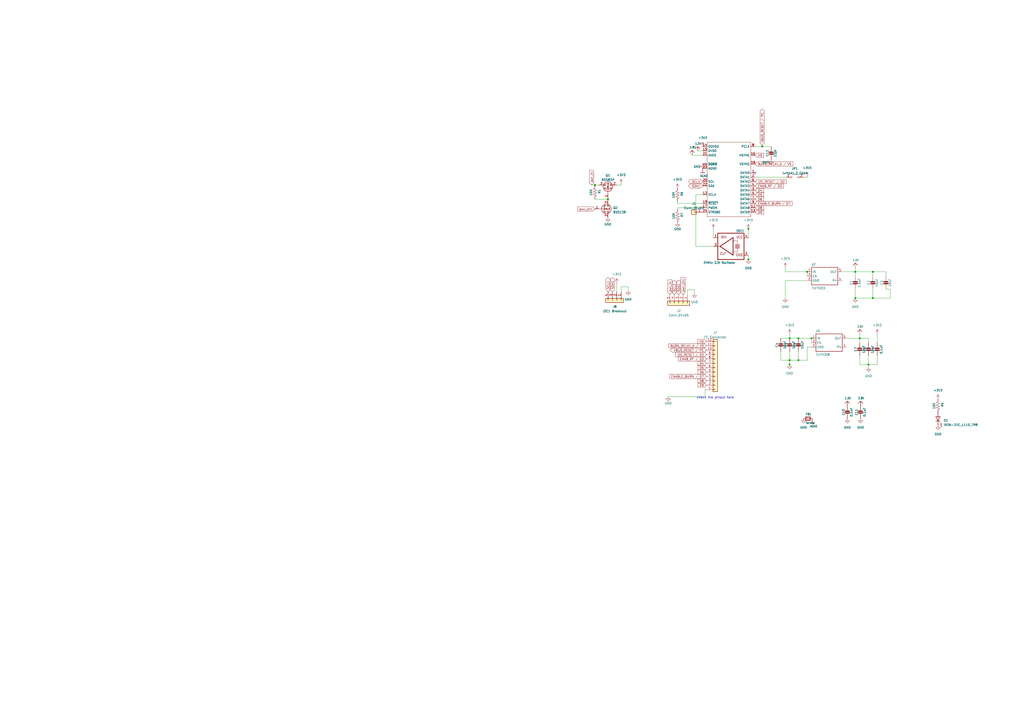
<source format=kicad_sch>
(kicad_sch (version 20231120) (generator "eeschema") (generator_version "8.0")
  (paper "A2")
  (lib_symbols
    (symbol "Adafruit OV5640 Breakout-eagle-import:1.5V" (power)
      (property "Value" "1.5V" (at -1.524 1.016 0))
      (symbol "1.5V_1_0"
        (polyline (pts (xy -1.27 -1.27) (xy 0 0)) (stroke (width 0.254)))
        (polyline (pts (xy 0 0) (xy 1.27 -1.27)) (stroke (width 0.254)))
        (pin power_in line (at 0 -2.54 90) (length 2.54) (name "1.5V") (number "1"))
      )
    )
    (symbol "Adafruit OV5640 Breakout-eagle-import:2.8V" (power)
      (property "Value" "2.8V" (at -1.524 1.016 0))
      (symbol "2.8V_1_0"
        (polyline (pts (xy -1.27 -1.27) (xy 0 0)) (stroke (width 0.254)))
        (polyline (pts (xy 0 0) (xy 1.27 -1.27)) (stroke (width 0.254)))
        (pin power_in line (at 0 -2.54 90) (length 2.54) (name "2.8V") (number "1"))
      )
    )
    (symbol "Adafruit OV5640 Breakout-eagle-import:AGND" (power)
      (property "Value" "AGND" (at -1.524 -2.54 0))
      (symbol "AGND_1_0"
        (polyline (pts (xy -1.27 0) (xy 1.27 0)) (stroke (width 0.254)))
        (pin power_in line (at 0 2.54 270) (length 2.54) (name "AGND") (number "1"))
      )
    )
    (symbol "Adafruit OV5640 Breakout-eagle-import:CAMERA_OV2640"
      (symbol "CAMERA_OV2640_1_0"
        (polyline (pts (xy -12.7 -20.32) (xy -12.7 22.86)) (stroke (width 0.1524)))
        (polyline (pts (xy -12.7 22.86) (xy 12.7 22.86)) (stroke (width 0.1524)))
        (polyline (pts (xy 12.7 -20.32) (xy -12.7 -20.32)) (stroke (width 0.1524)))
        (polyline (pts (xy 12.7 22.86) (xy 12.7 -20.32)) (stroke (width 0.1524)))
        (pin output line (at 15.24 5.08 180) (length 2.54) (name "DATA0") (number "1"))
        (pin power_in line (at -15.24 10.16 0) (length 2.54) (name "DGND") (number "10"))
        (pin output line (at 15.24 -15.24 180) (length 2.54) (name "DATA8") (number "11"))
        (pin input line (at -15.24 -7.62 0) (length 2.54) (name "XCLK") (number "12"))
        (pin output line (at 15.24 -17.78 180) (length 2.54) (name "DATA9") (number "13"))
        (pin power_in line (at -15.24 20.32 0) (length 2.54) (name "DOVDD") (number "14"))
        (pin power_in line (at -15.24 17.78 0) (length 2.54) (name "DVDD") (number "15"))
        (pin output line (at 15.24 15.24 180) (length 2.54) (name "HSYNC") (number "16"))
        (pin input line (at -15.24 -15.24 0) (length 2.54) (name "PWDN") (number "17"))
        (pin output line (at 15.24 10.16 180) (length 2.54) (name "VSYNC") (number "18"))
        (pin input line (at -15.24 -12.7 0) (length 2.54) (name "~{RESET}") (number "19"))
        (pin output line (at 15.24 2.54 180) (length 2.54) (name "DATA1") (number "2"))
        (pin bidirectional line (at -15.24 0 0) (length 2.54) (name "SCL") (number "20"))
        (pin power_in line (at -15.24 15.24 0) (length 2.54) (name "AVDD") (number "21"))
        (pin bidirectional line (at -15.24 -2.54 0) (length 2.54) (name "SDA") (number "22"))
        (pin power_in line (at -15.24 7.62 0) (length 2.54) (name "AGND") (number "23"))
        (pin input line (at -15.24 -17.78 0) (length 2.54) (name "STROBE") (number "24"))
        (pin output line (at 15.24 -5.08 180) (length 2.54) (name "DATA4") (number "3"))
        (pin output line (at 15.24 -2.54 180) (length 2.54) (name "DATA3") (number "4"))
        (pin output line (at 15.24 -7.62 180) (length 2.54) (name "DATA5") (number "5"))
        (pin output line (at 15.24 0 180) (length 2.54) (name "DATA2") (number "6"))
        (pin output line (at 15.24 -10.16 180) (length 2.54) (name "DATA6") (number "7"))
        (pin output line (at 15.24 20.32 180) (length 2.54) (name "PCLK") (number "8"))
        (pin output line (at 15.24 -12.7 180) (length 2.54) (name "DATA7") (number "9"))
        (pin power_in line (at -15.24 10.16 0) (length 2.54) (name "DGND") (number "SPRT1"))
        (pin power_in line (at -15.24 10.16 0) (length 2.54) (name "DGND") (number "SPRT2"))
      )
    )
    (symbol "Adafruit OV5640 Breakout-eagle-import:CAP_CERAMIC0603_NO"
      (property "Reference" "C" (at -2.29 1.25 90))
      (symbol "CAP_CERAMIC0603_NO_1_0"
        (rectangle (start -1.27 0.508) (end 1.27 1.016) (fill (type outline)))
        (rectangle (start -1.27 1.524) (end 1.27 2.032) (fill (type outline)))
        (polyline (pts (xy 0 0.762) (xy 0 0)) (stroke (width 0.1524)))
        (polyline (pts (xy 0 2.54) (xy 0 1.778)) (stroke (width 0.1524)))
        (pin passive line (at 0 5.08 270) (length 2.54) (name "1") (number "1"))
        (pin passive line (at 0 -2.54 90) (length 2.54) (name "2") (number "2"))
      )
    )
    (symbol "Adafruit OV5640 Breakout-eagle-import:CAP_CERAMIC0805-NOOUTLINE"
      (property "Reference" "C" (at -2.29 1.25 90))
      (symbol "CAP_CERAMIC0805-NOOUTLINE_1_0"
        (rectangle (start -1.27 0.508) (end 1.27 1.016) (fill (type outline)))
        (rectangle (start -1.27 1.524) (end 1.27 2.032) (fill (type outline)))
        (polyline (pts (xy 0 0.762) (xy 0 0)) (stroke (width 0.1524)))
        (polyline (pts (xy 0 2.54) (xy 0 1.778)) (stroke (width 0.1524)))
        (pin passive line (at 0 5.08 270) (length 2.54) (name "1") (number "1"))
        (pin passive line (at 0 -2.54 90) (length 2.54) (name "2") (number "2"))
      )
    )
    (symbol "Adafruit OV5640 Breakout-eagle-import:FERRITE-0603NO"
      (property "Reference" "FB" (at -1.27 1.905 0))
      (symbol "FERRITE-0603NO_1_0"
        (polyline (pts (xy -1.27 -0.9525) (xy -1.27 0.9525)) (stroke (width 0.4064)))
        (polyline (pts (xy -1.27 0.9525) (xy 1.27 0.9525)) (stroke (width 0.4064)))
        (polyline (pts (xy 1.27 -0.9525) (xy -1.27 -0.9525)) (stroke (width 0.4064)))
        (polyline (pts (xy 1.27 0.9525) (xy 1.27 -0.9525)) (stroke (width 0.4064)))
        (pin passive line (at -2.54 0 0) (length 2.54) (name "P$1") (number "1"))
        (pin passive line (at 2.54 0 180) (length 2.54) (name "P$2") (number "2"))
      )
    )
    (symbol "Adafruit OV5640 Breakout-eagle-import:OSCILLATOR3.2X2.5"
      (property "Reference" "OSC" (at -7.62 8.255 0))
      (symbol "OSCILLATOR3.2X2.5_1_0"
        (polyline (pts (xy -7.62 7.62) (xy -7.62 -7.62)) (stroke (width 0.4064)))
        (polyline (pts (xy -7.62 7.62) (xy 7.62 7.62)) (stroke (width 0.4064)))
        (polyline (pts (xy -5.08 -1.016) (xy -3.81 -1.016)) (stroke (width 0.254)))
        (polyline (pts (xy -5.08 1.016) (xy -2.54 1.016)) (stroke (width 0.254)))
        (polyline (pts (xy -4.826 -0.381) (xy -4.826 0.381)) (stroke (width 0.254)))
        (polyline (pts (xy -4.826 -0.381) (xy -2.794 -0.381)) (stroke (width 0.254)))
        (polyline (pts (xy -4.826 0.381) (xy -2.794 0.381)) (stroke (width 0.254)))
        (polyline (pts (xy -3.81 -3.175) (xy -3.81 -1.016)) (stroke (width 0.1524)))
        (polyline (pts (xy -3.81 -3.175) (xy -1.27 -3.175)) (stroke (width 0.1524)))
        (polyline (pts (xy -3.81 -1.016) (xy -2.54 -1.016)) (stroke (width 0.254)))
        (polyline (pts (xy -3.81 1.016) (xy -3.81 3.175)) (stroke (width 0.1524)))
        (polyline (pts (xy -3.81 3.175) (xy -1.27 3.175)) (stroke (width 0.1524)))
        (polyline (pts (xy -2.794 0.381) (xy -2.794 -0.381)) (stroke (width 0.254)))
        (polyline (pts (xy -1.27 -5.08) (xy -1.27 -3.175)) (stroke (width 0.4064)))
        (polyline (pts (xy -1.27 -3.175) (xy -1.27 3.175)) (stroke (width 0.4064)))
        (polyline (pts (xy -1.27 3.175) (xy -1.27 5.08)) (stroke (width 0.4064)))
        (polyline (pts (xy -1.27 5.08) (xy 6.35 0)) (stroke (width 0.4064)))
        (polyline (pts (xy 6.35 0) (xy -1.27 -5.08)) (stroke (width 0.4064)))
        (polyline (pts (xy 6.35 0) (xy 7.62 0)) (stroke (width 0.1524)))
        (polyline (pts (xy 7.62 -7.62) (xy -7.62 -7.62)) (stroke (width 0.4064)))
        (polyline (pts (xy 7.62 -7.62) (xy 7.62 0)) (stroke (width 0.4064)))
        (polyline (pts (xy 7.62 0) (xy 7.62 7.62)) (stroke (width 0.4064)))
        (text "GND" (at -6.985 -5.842 0) (effects (font (size 1.524 1.2954)) (justify left bottom)))
        (text "INH" (at 2.54 4.445 0) (effects (font (size 1.524 1.2954)) (justify left bottom)))
        (text "OUT" (at 2.54 -5.08 0) (effects (font (size 1.524 1.2954)) (justify left bottom)))
        (text "VCC" (at -6.985 4.318 0) (effects (font (size 1.524 1.2954)) (justify left bottom)))
        (pin bidirectional line (at 10.16 5.08 180) (length 2.54) (name "INH") (number "1"))
        (pin power_in line (at -10.16 -5.08 0) (length 2.54) (name "GND") (number "2"))
        (pin output line (at 10.16 0 180) (length 2.54) (name "OUT") (number "3"))
        (pin power_in line (at -10.16 5.08 0) (length 2.54) (name "VCC") (number "4"))
      )
    )
    (symbol "Adafruit OV5640 Breakout-eagle-import:VREG_SOT23-5"
      (property "Reference" "U" (at -7.62 6.096 0))
      (symbol "VREG_SOT23-5_1_0"
        (polyline (pts (xy -7.62 -5.08) (xy -7.62 5.08)) (stroke (width 0.254)))
        (polyline (pts (xy -7.62 5.08) (xy 7.62 5.08)) (stroke (width 0.254)))
        (polyline (pts (xy 7.62 -5.08) (xy -7.62 -5.08)) (stroke (width 0.254)))
        (polyline (pts (xy 7.62 5.08) (xy 7.62 -5.08)) (stroke (width 0.254)))
        (pin power_in line (at -10.16 2.54 0) (length 2.54) (name "IN") (number "1"))
        (pin power_in line (at -10.16 -2.54 0) (length 2.54) (name "GND") (number "2"))
        (pin input line (at -10.16 0 0) (length 2.54) (name "EN") (number "3"))
        (pin bidirectional line (at 10.16 -2.54 180) (length 2.54) (name "P4") (number "4"))
        (pin power_in line (at 10.16 2.54 180) (length 2.54) (name "OUT") (number "5"))
      )
    )
    (symbol "Connector_Generic:Conn_01x01" (pin_names (offset 1.016) hide)
      (property "Reference" "J" (at 0 2.54 0))
      (property "Value" "Conn_01x01" (at 0 -2.54 0))
      (symbol "Conn_01x01_1_1"
        (rectangle (start -1.27 0.127) (end 0 -0.127) (stroke (width 0.1524)))
        (rectangle (start -1.27 1.27) (end 1.27 -1.27) (stroke (width 0.254)) (fill (type background)))
        (pin passive line (at -5.08 0 0) (length 3.81) (name "Pin_1") (number "1"))
      )
    )
    (symbol "Connector_Generic:Conn_01x04" (pin_names (offset 1.016) hide)
      (property "Reference" "J" (at 0 5.08 0))
      (property "Value" "Conn_01x04" (at 0 -7.62 0))
      (symbol "Conn_01x04_1_1"
        (rectangle (start -1.27 -4.953) (end 0 -5.207) (stroke (width 0.1524)))
        (rectangle (start -1.27 -2.413) (end 0 -2.667) (stroke (width 0.1524)))
        (rectangle (start -1.27 0.127) (end 0 -0.127) (stroke (width 0.1524)))
        (rectangle (start -1.27 2.667) (end 0 2.413) (stroke (width 0.1524)))
        (rectangle (start -1.27 3.81) (end 1.27 -6.35) (stroke (width 0.254)) (fill (type background)))
        (pin passive line (at -5.08 2.54 0) (length 3.81) (name "Pin_1") (number "1"))
        (pin passive line (at -5.08 0 0) (length 3.81) (name "Pin_2") (number "2"))
        (pin passive line (at -5.08 -2.54 0) (length 3.81) (name "Pin_3") (number "3"))
        (pin passive line (at -5.08 -5.08 0) (length 3.81) (name "Pin_4") (number "4"))
      )
    )
    (symbol "Connector_Generic:Conn_01x05" (pin_names (offset 1.016) hide)
      (property "Reference" "J" (at 0 7.62 0))
      (property "Value" "Conn_01x05" (at 0 -7.62 0))
      (symbol "Conn_01x05_1_1"
        (rectangle (start -1.27 -4.953) (end 0 -5.207) (stroke (width 0.1524)))
        (rectangle (start -1.27 -2.413) (end 0 -2.667) (stroke (width 0.1524)))
        (rectangle (start -1.27 0.127) (end 0 -0.127) (stroke (width 0.1524)))
        (rectangle (start -1.27 2.667) (end 0 2.413) (stroke (width 0.1524)))
        (rectangle (start -1.27 5.207) (end 0 4.953) (stroke (width 0.1524)))
        (rectangle (start -1.27 6.35) (end 1.27 -6.35) (stroke (width 0.254)) (fill (type background)))
        (pin passive line (at -5.08 5.08 0) (length 3.81) (name "Pin_1") (number "1"))
        (pin passive line (at -5.08 2.54 0) (length 3.81) (name "Pin_2") (number "2"))
        (pin passive line (at -5.08 0 0) (length 3.81) (name "Pin_3") (number "3"))
        (pin passive line (at -5.08 -2.54 0) (length 3.81) (name "Pin_4") (number "4"))
        (pin passive line (at -5.08 -5.08 0) (length 3.81) (name "Pin_5") (number "5"))
      )
    )
    (symbol "Connector_Generic:Conn_01x12" (pin_names (offset 1.016) hide)
      (property "Reference" "J" (at 0 15.24 0))
      (property "Value" "Conn_01x12" (at 0 -17.78 0))
      (symbol "Conn_01x12_1_1"
        (rectangle (start -1.27 -15.113) (end 0 -15.367) (stroke (width 0.1524)))
        (rectangle (start -1.27 -12.573) (end 0 -12.827) (stroke (width 0.1524)))
        (rectangle (start -1.27 -10.033) (end 0 -10.287) (stroke (width 0.1524)))
        (rectangle (start -1.27 -7.493) (end 0 -7.747) (stroke (width 0.1524)))
        (rectangle (start -1.27 -4.953) (end 0 -5.207) (stroke (width 0.1524)))
        (rectangle (start -1.27 -2.413) (end 0 -2.667) (stroke (width 0.1524)))
        (rectangle (start -1.27 0.127) (end 0 -0.127) (stroke (width 0.1524)))
        (rectangle (start -1.27 2.667) (end 0 2.413) (stroke (width 0.1524)))
        (rectangle (start -1.27 5.207) (end 0 4.953) (stroke (width 0.1524)))
        (rectangle (start -1.27 7.747) (end 0 7.493) (stroke (width 0.1524)))
        (rectangle (start -1.27 10.287) (end 0 10.033) (stroke (width 0.1524)))
        (rectangle (start -1.27 12.827) (end 0 12.573) (stroke (width 0.1524)))
        (rectangle (start -1.27 13.97) (end 1.27 -16.51) (stroke (width 0.254)) (fill (type background)))
        (pin passive line (at -5.08 12.7 0) (length 3.81) (name "Pin_1") (number "1"))
        (pin passive line (at -5.08 -10.16 0) (length 3.81) (name "Pin_10") (number "10"))
        (pin passive line (at -5.08 -12.7 0) (length 3.81) (name "Pin_11") (number "11"))
        (pin passive line (at -5.08 -15.24 0) (length 3.81) (name "Pin_12") (number "12"))
        (pin passive line (at -5.08 10.16 0) (length 3.81) (name "Pin_2") (number "2"))
        (pin passive line (at -5.08 7.62 0) (length 3.81) (name "Pin_3") (number "3"))
        (pin passive line (at -5.08 5.08 0) (length 3.81) (name "Pin_4") (number "4"))
        (pin passive line (at -5.08 2.54 0) (length 3.81) (name "Pin_5") (number "5"))
        (pin passive line (at -5.08 0 0) (length 3.81) (name "Pin_6") (number "6"))
        (pin passive line (at -5.08 -2.54 0) (length 3.81) (name "Pin_7") (number "7"))
        (pin passive line (at -5.08 -5.08 0) (length 3.81) (name "Pin_8") (number "8"))
        (pin passive line (at -5.08 -7.62 0) (length 3.81) (name "Pin_9") (number "9"))
      )
    )
    (symbol "Device:R_US" (pin_numbers hide) (pin_names (offset 0))
      (property "Reference" "R" (at 2.54 0 90))
      (property "Value" "R_US" (at -2.54 0 90))
      (symbol "R_US_0_1"
        (polyline (pts (xy 0 -2.286) (xy 0 -2.54)))
        (polyline (pts (xy 0 2.286) (xy 0 2.54)))
        (polyline (pts (xy 0 -0.762) (xy 1.016 -1.143) (xy 0 -1.524) (xy -1.016 -1.905) (xy 0 -2.286)))
        (polyline (pts (xy 0 0.762) (xy 1.016 0.381) (xy 0 0) (xy -1.016 -0.381) (xy 0 -0.762)))
        (polyline (pts (xy 0 2.286) (xy 1.016 1.905) (xy 0 1.524) (xy -1.016 1.143) (xy 0 0.762)))
      )
      (symbol "R_US_1_1"
        (pin passive line (at 0 3.81 270) (length 1.27) (name "~") (number "1"))
        (pin passive line (at 0 -3.81 90) (length 1.27) (name "~") (number "2"))
      )
    )
    (symbol "Jumper:Jumper_2_Open" (pin_names (offset 0) hide)
      (property "Reference" "JP" (at 0 2.794 0))
      (property "Value" "Jumper_2_Open" (at 0 -2.286 0))
      (symbol "Jumper_2_Open_0_0"
        (circle (center -2.032 0) (radius 0.508))
        (circle (center 2.032 0) (radius 0.508))
      )
      (symbol "Jumper_2_Open_0_1"
        (arc (start 1.524 1.27) (mid 0 1.778) (end -1.524 1.27))
      )
      (symbol "Jumper_2_Open_1_1"
        (pin passive line (at -5.08 0 0) (length 2.54) (name "A") (number "1"))
        (pin passive line (at 5.08 0 180) (length 2.54) (name "B") (number "2"))
      )
    )
    (symbol "LED:IR26-21C_L110_TR8" (pin_numbers hide) (pin_names (offset 1.016) hide)
      (property "Reference" "D" (at 0 2.54 0))
      (property "Value" "IR26-21C_L110_TR8" (at 0 -3.81 0))
      (symbol "IR26-21C_L110_TR8_0_1"
        (polyline (pts (xy -1.27 -1.27) (xy -1.27 1.27)) (stroke (width 0.254)))
        (polyline (pts (xy -1.27 0) (xy 1.27 0)))
        (polyline (pts (xy 1.27 -1.27) (xy 1.27 1.27) (xy -1.27 0) (xy 1.27 -1.27)) (stroke (width 0.254)))
        (polyline (pts (xy -3.048 -0.762) (xy -4.572 -2.286) (xy -3.81 -2.286) (xy -4.572 -2.286) (xy -4.572 -1.524)))
        (polyline (pts (xy -1.778 -0.762) (xy -3.302 -2.286) (xy -2.54 -2.286) (xy -3.302 -2.286) (xy -3.302 -1.524)))
      )
      (symbol "IR26-21C_L110_TR8_1_1"
        (pin passive line (at -3.81 0 0) (length 2.54) (name "K") (number "1"))
        (pin passive line (at 3.81 0 180) (length 2.54) (name "A") (number "2"))
      )
    )
    (symbol "Transistor_FET:BSS138" (pin_names hide)
      (property "Reference" "Q" (at 5.08 1.905 0))
      (property "Value" "BSS138" (at 5.08 0 0))
      (symbol "BSS138_0_1"
        (polyline (pts (xy 0.254 0) (xy -2.54 0)))
        (polyline (pts (xy 0.254 1.905) (xy 0.254 -1.905)) (stroke (width 0.254)))
        (polyline (pts (xy 0.762 -1.27) (xy 0.762 -2.286)) (stroke (width 0.254)))
        (polyline (pts (xy 0.762 0.508) (xy 0.762 -0.508)) (stroke (width 0.254)))
        (polyline (pts (xy 0.762 2.286) (xy 0.762 1.27)) (stroke (width 0.254)))
        (polyline (pts (xy 2.54 2.54) (xy 2.54 1.778)))
        (polyline (pts (xy 2.54 -2.54) (xy 2.54 0) (xy 0.762 0)))
        (polyline (pts (xy 0.762 -1.778) (xy 3.302 -1.778) (xy 3.302 1.778) (xy 0.762 1.778)))
        (polyline (pts (xy 1.016 0) (xy 2.032 0.381) (xy 2.032 -0.381) (xy 1.016 0)) (fill (type outline)))
        (polyline (pts (xy 2.794 0.508) (xy 2.921 0.381) (xy 3.683 0.381) (xy 3.81 0.254)))
        (polyline (pts (xy 3.302 0.381) (xy 2.921 -0.254) (xy 3.683 -0.254) (xy 3.302 0.381)))
        (circle (center 1.651 0) (radius 2.794) (stroke (width 0.254)))
        (circle (center 2.54 -1.778) (radius 0.254) (fill (type outline)))
        (circle (center 2.54 1.778) (radius 0.254) (fill (type outline)))
      )
      (symbol "BSS138_1_1"
        (pin input line (at -5.08 0 0) (length 2.54) (name "G") (number "1"))
        (pin passive line (at 2.54 -5.08 90) (length 2.54) (name "S") (number "2"))
        (pin passive line (at 2.54 5.08 270) (length 2.54) (name "D") (number "3"))
      )
    )
    (symbol "Transistor_FET:BSS83P" (pin_names hide)
      (property "Reference" "Q" (at 5.08 1.905 0))
      (property "Value" "BSS83P" (at 5.08 0 0))
      (symbol "BSS83P_0_1"
        (polyline (pts (xy 0.254 0) (xy -2.54 0)))
        (polyline (pts (xy 0.254 1.905) (xy 0.254 -1.905)) (stroke (width 0.254)))
        (polyline (pts (xy 0.762 -1.27) (xy 0.762 -2.286)) (stroke (width 0.254)))
        (polyline (pts (xy 0.762 0.508) (xy 0.762 -0.508)) (stroke (width 0.254)))
        (polyline (pts (xy 0.762 2.286) (xy 0.762 1.27)) (stroke (width 0.254)))
        (polyline (pts (xy 2.54 2.54) (xy 2.54 1.778)))
        (polyline (pts (xy 2.54 -2.54) (xy 2.54 0) (xy 0.762 0)))
        (polyline (pts (xy 0.762 1.778) (xy 3.302 1.778) (xy 3.302 -1.778) (xy 0.762 -1.778)))
        (polyline (pts (xy 2.286 0) (xy 1.27 0.381) (xy 1.27 -0.381) (xy 2.286 0)) (fill (type outline)))
        (polyline (pts (xy 2.794 -0.508) (xy 2.921 -0.381) (xy 3.683 -0.381) (xy 3.81 -0.254)))
        (polyline (pts (xy 3.302 -0.381) (xy 2.921 0.254) (xy 3.683 0.254) (xy 3.302 -0.381)))
        (circle (center 1.651 0) (radius 2.794) (stroke (width 0.254)))
        (circle (center 2.54 -1.778) (radius 0.254) (fill (type outline)))
        (circle (center 2.54 1.778) (radius 0.254) (fill (type outline)))
      )
      (symbol "BSS83P_1_1"
        (pin input line (at -5.08 0 0) (length 2.54) (name "G") (number "1"))
        (pin passive line (at 2.54 -5.08 90) (length 2.54) (name "S") (number "2"))
        (pin passive line (at 2.54 5.08 270) (length 2.54) (name "D") (number "3"))
      )
    )
    (symbol "power:+3V3" (power) (pin_names (offset 0))
      (property "Value" "+3V3" (at 0 3.556 0))
      (symbol "+3V3_0_1"
        (polyline (pts (xy -0.762 1.27) (xy 0 2.54)))
        (polyline (pts (xy 0 0) (xy 0 2.54)))
        (polyline (pts (xy 0 2.54) (xy 0.762 1.27)))
      )
      (symbol "+3V3_1_1"
        (pin power_in line (at 0 0 90) (length 0) hide (name "+3V3") (number "1"))
      )
    )
    (symbol "power:GND" (power) (pin_names (offset 0))
      (property "Value" "GND" (at 0 -3.81 0))
      (symbol "GND_0_1"
        (polyline (pts (xy 0 0) (xy 0 -1.27) (xy 1.27 -1.27) (xy 0 -2.54) (xy -1.27 -1.27) (xy 0 -1.27)))
      )
      (symbol "GND_1_1"
        (pin power_in line (at 0 0 270) (length 0) hide (name "GND") (number "1"))
      )
    )
  )
  (junction (at 506.3236 157.6578))
  (junction (at 470.7636 196.2404))
  (junction (at 463.1436 196.2404))
  (junction (at 434.1368 132.7658))
  (junction (at 458.0636 208.9404))
  (junction (at 503.7836 211.4804))
  (junction (at 434.1368 150.4696))
  (junction (at 458.0636 211.455))
  (junction (at 463.1436 208.9404))
  (junction (at 458.0636 196.2404))
  (junction (at 468.2236 157.6578))
  (junction (at 498.7036 196.2404))
  (junction (at 496.1636 172.8978))
  (junction (at 506.3236 172.8978))
  (junction (at 442.1632 84.963))
  (junction (at 352.6536 115.5954))
  (junction (at 345.1352 107.3404))
  (junction (at 496.1636 157.6578))
  (no_connect (at 438.1246 100.2284))
  (wire (pts (xy 498.7036 211.4804) (xy 503.7836 211.4804)) (stroke (width 0.1524)))
  (wire (pts (xy 360.2736 106.5784) (xy 360.2736 107.3404)))
  (wire (pts (xy 463.1436 208.9404) (xy 458.0636 208.9404)) (stroke (width 0.1524)))
  (wire (pts (xy 413.8168 142.9004) (xy 403.6822 142.9004)))
  (wire (pts (xy 513.9436 160.1978) (xy 513.9436 157.6578)) (stroke (width 0.1524)))
  (wire (pts (xy 496.1636 157.6578) (xy 496.1636 155.1178)) (stroke (width 0.1524)))
  (wire (pts (xy 503.7836 196.2404) (xy 498.7036 196.2404)) (stroke (width 0.1524)))
  (wire (pts (xy 458.0636 208.9404) (xy 458.0636 211.455)) (stroke (width 0.1524)))
  (wire (pts (xy 468.1982 102.4636) (xy 468.1982 102.7684)))
  (wire (pts (xy 345.1352 107.3404) (xy 347.5736 107.3404)))
  (wire (pts (xy 516.4836 172.8978) (xy 516.4836 167.8178)) (stroke (width 0.1524)))
  (wire (pts (xy 447.4464 84.9884) (xy 442.1632 84.963)))
  (wire (pts (xy 438.1246 102.7684) (xy 455.9808 102.7684)))
  (wire (pts (xy 506.3236 172.8978) (xy 506.3236 167.8178)) (stroke (width 0.1524)))
  (wire (pts (xy 455.5236 155.1178) (xy 455.5236 157.6578)) (stroke (width 0.1524)))
  (wire (pts (xy 468.1982 102.7684) (xy 466.1408 102.7684)))
  (wire (pts (xy 458.0636 193.7004) (xy 458.0636 196.2404)) (stroke (width 0.1524)))
  (wire (pts (xy 470.7636 196.2404) (xy 463.1436 196.2404)) (stroke (width 0.1524)))
  (wire (pts (xy 508.8636 206.4004) (xy 508.8636 211.4804)) (stroke (width 0.1524)))
  (wire (pts (xy 458.0636 208.9404) (xy 458.0636 203.8604)) (stroke (width 0.1524)))
  (wire (pts (xy 393.065 120.5484) (xy 407.6446 120.5484)))
  (wire (pts (xy 408.9908 230.0986) (xy 408.9908 225.9838)))
  (wire (pts (xy 496.1636 157.6578) (xy 496.1636 160.1978)) (stroke (width 0.1524)))
  (wire (pts (xy 503.7836 211.4804) (xy 508.8636 211.4804)) (stroke (width 0.1524)))
  (wire (pts (xy 408.9908 225.9838) (xy 409.8036 225.9838)))
  (wire (pts (xy 463.1436 203.8604) (xy 463.1436 208.9404)) (stroke (width 0.1524)))
  (wire (pts (xy 403.6822 142.9004) (xy 403.6822 112.9284)))
  (wire (pts (xy 434.1368 132.7658) (xy 434.1368 132.7404)) (stroke (width 0.1524)))
  (wire (pts (xy 345.1098 115.5954) (xy 352.6536 115.5954)))
  (wire (pts (xy 508.8636 193.7004) (xy 508.8636 198.7804)) (stroke (width 0.1524)))
  (wire (pts (xy 401.4724 89.7382) (xy 401.4724 90.0684)))
  (wire (pts (xy 458.0636 208.9404) (xy 452.9836 208.9404)) (stroke (width 0.1524)))
  (wire (pts (xy 496.1636 172.8978) (xy 506.3236 172.8978)) (stroke (width 0.1524)))
  (wire (pts (xy 498.7036 196.2404) (xy 498.7036 193.7004)) (stroke (width 0.1524)))
  (wire (pts (xy 463.1436 196.2404) (xy 458.0636 196.2404)) (stroke (width 0.1524)))
  (wire (pts (xy 498.7036 196.2404) (xy 498.7036 198.7804)) (stroke (width 0.1524)))
  (wire (pts (xy 442.1632 84.963) (xy 438.1246 84.9884)))
  (wire (pts (xy 503.7836 198.7804) (xy 503.7836 196.2404)) (stroke (width 0.1524)))
  (wire (pts (xy 468.2236 201.3204) (xy 468.2236 208.9404)) (stroke (width 0.1524)))
  (wire (pts (xy 364.4138 166.4208) (xy 364.4138 168.5798)))
  (wire (pts (xy 491.0836 196.2404) (xy 498.7036 196.2404)) (stroke (width 0.1524)))
  (wire (pts (xy 455.5236 162.7378) (xy 455.5236 172.8978)) (stroke (width 0.1524)))
  (wire (pts (xy 506.3236 172.8978) (xy 516.4836 172.8978)) (stroke (width 0.1524)))
  (wire (pts (xy 360.2736 107.3404) (xy 357.7336 107.3404)))
  (wire (pts (xy 434.1368 150.4696) (xy 434.1368 150.5204)) (stroke (width 0.1524)))
  (wire (pts (xy 345.1098 107.7214) (xy 345.1352 107.7214)))
  (wire (pts (xy 470.7636 201.3204) (xy 468.2236 201.3204)) (stroke (width 0.1524)))
  (wire (pts (xy 458.0636 196.2404) (xy 452.9836 196.2404)) (stroke (width 0.1524)))
  (wire (pts (xy 498.7036 206.4004) (xy 498.7036 211.4804)) (stroke (width 0.1524)))
  (wire (pts (xy 345.1098 115.3414) (xy 345.1098 115.5954)))
  (wire (pts (xy 407.6446 90.0684) (xy 401.4724 90.0684)))
  (wire (pts (xy 468.2236 157.6578) (xy 455.5236 157.6578)) (stroke (width 0.1524)))
  (wire (pts (xy 468.2236 160.1978) (xy 468.2236 157.6578)) (stroke (width 0.1524)))
  (wire (pts (xy 403.6822 112.9284) (xy 407.6446 112.9284)))
  (wire (pts (xy 360.3498 169.2148) (xy 360.3498 166.4208)))
  (wire (pts (xy 452.9836 208.9404) (xy 452.9836 203.8604)) (stroke (width 0.1524)))
  (wire (pts (xy 506.3236 157.6578) (xy 496.1636 157.6578)) (stroke (width 0.1524)))
  (wire (pts (xy 496.1636 167.8178) (xy 496.1636 172.8978)) (stroke (width 0.1524)))
  (wire (pts (xy 506.3236 160.1978) (xy 506.3236 157.6578)) (stroke (width 0.1524)))
  (wire (pts (xy 343.2048 107.315) (xy 345.1352 107.3404)))
  (wire (pts (xy 404.6728 87.5284) (xy 407.6446 87.5284)))
  (wire (pts (xy 398.78 170.7896) (xy 398.78 167.9956)))
  (wire (pts (xy 357.8098 164.1348) (xy 357.8098 169.2148)))
  (wire (pts (xy 470.7636 198.7804) (xy 470.7636 196.2404)) (stroke (width 0.1524)))
  (wire (pts (xy 468.2236 208.9404) (xy 463.1436 208.9404)) (stroke (width 0.1524)))
  (wire (pts (xy 488.5436 157.6578) (xy 496.1636 157.6578)) (stroke (width 0.1524)))
  (wire (pts (xy 345.1352 107.7214) (xy 345.1352 107.3404)))
  (wire (pts (xy 407.6446 118.0084) (xy 392.9888 118.0084)))
  (wire (pts (xy 393.065 121.3866) (xy 393.065 120.5484)))
  (wire (pts (xy 513.9436 157.6578) (xy 506.3236 157.6578)) (stroke (width 0.1524)))
  (wire (pts (xy 387.6548 230.0986) (xy 408.9908 230.0986)))
  (wire (pts (xy 398.78 167.9956) (xy 402.844 167.9956)))
  (wire (pts (xy 516.4836 167.8178) (xy 513.9436 167.8178)) (stroke (width 0.1524)))
  (wire (pts (xy 402.844 167.9956) (xy 402.844 170.1546)))
  (wire (pts (xy 392.9888 118.0084) (xy 392.9888 116.7892)))
  (wire (pts (xy 442.1632 84.201) (xy 442.1632 84.963)))
  (wire (pts (xy 360.3498 166.4208) (xy 364.4138 166.4208)))
  (wire (pts (xy 434.1368 137.8204) (xy 434.1368 132.7658)) (stroke (width 0.1524)))
  (wire (pts (xy 468.2236 162.7378) (xy 455.5236 162.7378)) (stroke (width 0.1524)))
  (wire (pts (xy 434.1368 147.9804) (xy 434.1368 150.4696)) (stroke (width 0.1524)))
  (wire (pts (xy 503.7836 213.0552) (xy 503.7836 211.4804)))
  (wire (pts (xy 352.6536 115.5954) (xy 352.6536 114.9604)))
  (wire (pts (xy 352.6536 115.5954) (xy 352.6536 116.1034)))
  (wire (pts (xy 503.7836 211.4804) (xy 503.7836 206.4004)) (stroke (width 0.1524)))
  (wire (pts (xy 413.8168 132.7404) (xy 413.8168 137.8204)) (stroke (width 0.1524)))
  (wire (pts (xy 458.0636 211.455) (xy 458.0636 211.4804)) (stroke (width 0.1524)))
  (wire (pts (xy 447.4464 85.0392) (xy 447.4464 84.9884)))
  (text "check the pinout here\n" (at 404.2156 231.4448 0) (effects (font (size 1.27 1.27)) (justify left bottom)))
  (global_label "VBUS_RESET {slash} PC" (shape bidirectional) (at 442.1632 84.201 90) (property "Intersheetrefs" "${INTERSHEET_REFS}" (effects (hide yes))))
  (global_label "D9" (shape input) (at 409.8036 223.4438 180) (property "Intersheetrefs" "${INTERSHEET_REFS}" (effects (hide yes))))
  (global_label "D8" (shape input) (at 438.1246 120.5484 0) (property "Intersheetrefs" "${INTERSHEET_REFS}" (effects (hide yes))))
  (global_label "ENAB_RF {slash} D3" (shape input) (at 409.8036 208.2038 180) (property "Intersheetrefs" "${INTERSHEET_REFS}" (effects (hide yes))))
  (global_label "ENABLE_BURN {slash} D7" (shape input) (at 438.1246 118.0084 0) (property "Intersheetrefs" "${INTERSHEET_REFS}" (effects (hide yes))))
  (global_label "HS" (shape input) (at 438.1246 90.0684 0) (property "Intersheetrefs" "${INTERSHEET_REFS}" (effects (hide yes))))
  (global_label "D4" (shape input) (at 409.8036 210.7438 180) (property "Intersheetrefs" "${INTERSHEET_REFS}" (effects (hide yes))))
  (global_label "pwr_ctrl" (shape input) (at 396.24 170.7896 90) (property "Intersheetrefs" "${INTERSHEET_REFS}" (effects (hide yes))))
  (global_label "SCL1" (shape bidirectional) (at 391.16 170.7896 90) (property "Intersheetrefs" "${INTERSHEET_REFS}" (effects (hide yes))))
  (global_label "pwr_in" (shape input) (at 343.2048 107.315 90) (property "Intersheetrefs" "${INTERSHEET_REFS}" (effects (hide yes))))
  (global_label "SDA1" (shape bidirectional) (at 393.7 170.7896 90) (property "Intersheetrefs" "${INTERSHEET_REFS}" (effects (hide yes))))
  (global_label "I2C_RESET {slash} D2" (shape input) (at 438.1246 105.3084 0) (property "Intersheetrefs" "${INTERSHEET_REFS}" (effects (hide yes))))
  (global_label "D5" (shape input) (at 438.1246 112.9284 0) (property "Intersheetrefs" "${INTERSHEET_REFS}" (effects (hide yes))))
  (global_label "I2C_RESET {slash} D2" (shape input) (at 409.8036 205.6638 180) (property "Intersheetrefs" "${INTERSHEET_REFS}" (effects (hide yes))))
  (global_label "SCL1" (shape bidirectional) (at 407.6446 105.3084 180) (property "Intersheetrefs" "${INTERSHEET_REFS}" (effects (hide yes))))
  (global_label "pwr_ctrl" (shape input) (at 345.0336 121.1834 180) (property "Intersheetrefs" "${INTERSHEET_REFS}" (effects (hide yes))))
  (global_label "D4" (shape input) (at 438.1246 110.3884 0) (property "Intersheetrefs" "${INTERSHEET_REFS}" (effects (hide yes))))
  (global_label "HS" (shape input) (at 409.8036 198.0438 180) (property "Intersheetrefs" "${INTERSHEET_REFS}" (effects (hide yes))))
  (global_label "ENABLE_BURN {slash} D7" (shape input) (at 409.8036 218.3638 180) (property "Intersheetrefs" "${INTERSHEET_REFS}" (effects (hide yes))))
  (global_label "D6" (shape input) (at 409.8036 215.8238 180) (property "Intersheetrefs" "${INTERSHEET_REFS}" (effects (hide yes))))
  (global_label "SDA1" (shape bidirectional) (at 407.6446 107.8484 180) (property "Intersheetrefs" "${INTERSHEET_REFS}" (effects (hide yes))))
  (global_label "D6" (shape input) (at 438.1246 115.4684 0) (property "Intersheetrefs" "${INTERSHEET_REFS}" (effects (hide yes))))
  (global_label "BURN_RELAY_A {slash} VS" (shape input) (at 409.8036 200.5838 180) (property "Intersheetrefs" "${INTERSHEET_REFS}" (effects (hide yes))))
  (global_label "SCL1" (shape bidirectional) (at 352.7298 169.2148 90) (property "Intersheetrefs" "${INTERSHEET_REFS}" (effects (hide yes))))
  (global_label "D8" (shape input) (at 409.8036 220.9038 180) (property "Intersheetrefs" "${INTERSHEET_REFS}" (effects (hide yes))))
  (global_label "D5" (shape input) (at 409.8036 213.2838 180) (property "Intersheetrefs" "${INTERSHEET_REFS}" (effects (hide yes))))
  (global_label "ENAB_RF {slash} D3" (shape input) (at 438.1246 107.8484 0) (property "Intersheetrefs" "${INTERSHEET_REFS}" (effects (hide yes))))
  (global_label "pwr_in" (shape input) (at 388.62 170.7896 90) (property "Intersheetrefs" "${INTERSHEET_REFS}" (effects (hide yes))))
  (global_label "VBUS_RESET {slash} PC" (shape bidirectional) (at 409.8036 203.1238 180) (property "Intersheetrefs" "${INTERSHEET_REFS}" (effects (hide yes))))
  (global_label "SDA1" (shape bidirectional) (at 355.2698 169.2148 90) (property "Intersheetrefs" "${INTERSHEET_REFS}" (effects (hide yes))))
  (global_label "D9" (shape input) (at 438.1246 123.0884 0) (property "Intersheetrefs" "${INTERSHEET_REFS}" (effects (hide yes))))
  (global_label "BURN_RELAY_A {slash} VS" (shape input) (at 438.1246 95.1484 0) (property "Intersheetrefs" "${INTERSHEET_REFS}" (effects (hide yes))))
  (symbol (lib_id "Adafruit OV5640 Breakout-eagle-import:CAP_CERAMIC0603_NO") (at 491.5662 240.3348 0) (unit 1)
    (property "Reference" "C10" (at 489.2762 239.0848 90))
    (property "Value" "0.1uF" (at 493.8662 239.0848 90))
    (property "Footprint" "Capacitor_SMD:C_0603_1608Metric_Pad1.08x0.95mm_HandSolder" (effects (hide yes)))
  )
  (symbol (lib_id "power:+3V3") (at 434.1368 132.7658 0) (unit 1)
    (property "Reference" "#PWR029" (effects (hide yes)))
    (property "Value" "+3V3" (at 434.1368 127.6858 0))
  )
  (symbol (lib_id "Jumper:Jumper_2_Open") (at 461.0608 102.7684 0) (unit 1)
    (property "Reference" "JP1" (at 461.0608 97.79 0))
    (property "Value" "Jumper_2_Open" (at 461.0608 100.33 0))
    (property "Footprint" "Jumper:SolderJumper-2_P1.3mm_Open_RoundedPad1.0x1.5mm" (effects (hide yes)))
  )
  (symbol (lib_id "power:GND") (at 393.065 129.0066 0) (unit 1)
    (property "Reference" "#PWR042" (effects (hide yes)))
    (property "Value" "GND" (at 393.065 132.8674 0))
  )
  (symbol (lib_id "power:GND") (at 447.4464 92.6592 0) (unit 1)
    (property "Reference" "#PWR044" (effects (hide yes)))
    (property "Value" "GND" (at 444.1698 94.1578 0))
  )
  (symbol (lib_id "power:GND") (at 387.6548 230.0986 0) (unit 1)
    (property "Reference" "#PWR021" (effects (hide yes)))
    (property "Value" "GND" (at 387.6548 233.9086 0))
  )
  (symbol (lib_id "Adafruit OV5640 Breakout-eagle-import:2.8V") (at 401.4724 87.1982 0) (unit 1)
    (property "Reference" "#U$04" (effects (hide yes)))
    (property "Value" "2.8V" (at 399.9484 86.1822 0) (effects (font (size 1.27 1.0795)) (justify left bottom)))
  )
  (symbol (lib_id "Adafruit OV5640 Breakout-eagle-import:VREG_SOT23-5") (at 478.3836 160.1978 0) (unit 1)
    (property "Reference" "U2" (at 470.7636 154.1018 0) (effects (font (size 1.27 1.0795)) (justify left bottom)))
    (property "Value" "TLV74315" (at 470.7636 167.8178 0) (effects (font (size 1.27 1.0795)) (justify left bottom)))
    (property "Footprint" "Package_TO_SOT_SMD:SOT-23-5_HandSoldering" (effects (hide yes)))
    (property "JLC_ROTATION" "0" (effects (hide yes)))
  )
  (symbol (lib_id "Connector_Generic:Conn_01x12") (at 414.8836 213.2838 0) (mirror x) (unit 1)
    (property "Reference" "J7" (at 414.8836 193.04 0))
    (property "Value" "FC Connector" (at 414.8836 195.58 0))
    (property "Footprint" "Connector_Molex:Molex_Pico-Lock_504050-1291_1x12-1MP_P1.50mm_Horizontal" (effects (hide yes)))
  )
  (symbol (lib_id "LED:IR26-21C_L110_TR8") (at 544.1188 242.951 90) (unit 1)
    (property "Reference" "D1" (at 547.37 243.9035 90) (effects (justify right)))
    (property "Value" "IR26-21C_L110_TR8" (at 547.37 246.4435 90) (effects (justify right)))
    (property "Footprint" "LED_SMD:LED_0603_1608Metric_Pad1.05x0.95mm_HandSolder" (effects (hide yes)))
    (property "Datasheet" "http://www.everlight.com/file/ProductFile/IR26-21C-L110-TR8.pdf" (effects (hide yes)))
  )
  (symbol (lib_id "power:GND") (at 407.6446 95.1484 0) (unit 1)
    (property "Reference" "#PWR035" (effects (hide yes)))
    (property "Value" "GND" (at 404.368 96.647 0))
  )
  (symbol (lib_id "power:GND") (at 503.7836 213.0552 0) (unit 1)
    (property "Reference" "#PWR034" (effects (hide yes)))
    (property "Value" "GND" (at 503.7836 218.1352 0))
  )
  (symbol (lib_id "Adafruit OV5640 Breakout-eagle-import:1.5V") (at 496.1636 152.5778 0) (unit 1)
    (property "Reference" "#U$03" (effects (hide yes)))
    (property "Value" "1.5V" (at 494.6396 151.5618 0) (effects (font (size 1.27 1.0795)) (justify left bottom)))
  )
  (symbol (lib_id "Adafruit OV5640 Breakout-eagle-import:AGND") (at 407.6446 100.2284 0) (unit 1)
    (property "Reference" "#U$01" (effects (hide yes)))
    (property "Value" "AGND" (at 406.1206 102.7684 0) (effects (font (size 1.27 1.0795)) (justify left bottom)))
  )
  (symbol (lib_id "power:GND") (at 455.5236 172.8978 0) (unit 1)
    (property "Reference" "#PWR031" (effects (hide yes)))
    (property "Value" "GND" (at 455.5236 177.9778 0))
  )
  (symbol (lib_id "power:+3V3") (at 468.1982 102.4636 0) (unit 1)
    (property "Reference" "#PWR01" (effects (hide yes)))
    (property "Value" "+3V3" (at 468.1982 97.3836 0))
  )
  (symbol (lib_id "Adafruit OV5640 Breakout-eagle-import:2.8V") (at 498.7036 191.1604 0) (unit 1)
    (property "Reference" "#U$07" (effects (hide yes)))
    (property "Value" "2.8V" (at 497.1796 190.1444 0) (effects (font (size 1.27 1.0795)) (justify left bottom)))
  )
  (symbol (lib_id "Adafruit OV5640 Breakout-eagle-import:FERRITE-0603NO") (at 468.7062 242.8748 0) (unit 1)
    (property "Reference" "FB1" (at 467.4362 240.9698 0) (effects (font (size 1.27 1.0795)) (justify left bottom)))
    (property "Value" "ferrite" (at 467.4362 246.0498 0) (effects (font (size 1.27 1.0795)) (justify left bottom)))
    (property "Footprint" "Resistor_SMD:R_0603_1608Metric_Pad0.98x0.95mm_HandSolder" (effects (hide yes)))
  )
  (symbol (lib_id "Adafruit OV5640 Breakout-eagle-import:CAP_CERAMIC0603_NO") (at 499.1862 240.3348 0) (unit 1)
    (property "Reference" "C11" (at 496.8962 239.0848 90))
    (property "Value" "0.1uF" (at 501.4862 239.0848 90))
    (property "Footprint" "Capacitor_SMD:C_0603_1608Metric_Pad1.08x0.95mm_HandSolder" (effects (hide yes)))
  )
  (symbol (lib_id "power:+3V3") (at 508.8636 193.7004 0) (unit 1)
    (property "Reference" "#PWR025" (effects (hide yes)))
    (property "Value" "+3V3" (at 508.8636 188.6204 0))
  )
  (symbol (lib_id "Adafruit OV5640 Breakout-eagle-import:1.5V") (at 404.6728 84.9884 0) (unit 1)
    (property "Reference" "#U$02" (effects (hide yes)))
    (property "Value" "1.5V" (at 403.1488 83.9724 0) (effects (font (size 1.27 1.0795)) (justify left bottom)))
  )
  (symbol (lib_id "power:+3V3") (at 357.8098 164.1348 0) (unit 1)
    (property "Reference" "#PWR036" (effects (hide yes)))
    (property "Value" "+3V3" (at 357.8098 159.0548 0))
  )
  (symbol (lib_id "power:GND") (at 491.5662 242.8748 0) (unit 1)
    (property "Reference" "#PWR022" (effects (hide yes)))
    (property "Value" "GND" (at 491.5662 247.9548 0))
  )
  (symbol (lib_id "power:+3V3") (at 544.1188 231.521 0) (unit 1)
    (property "Reference" "#PWR018" (effects (hide yes)))
    (property "Value" "+3V3" (at 544.1188 226.441 0))
  )
  (symbol (lib_id "Adafruit OV5640 Breakout-eagle-import:CAP_CERAMIC0603_NO") (at 496.1636 165.2778 0) (unit 1)
    (property "Reference" "C1" (at 493.8736 164.0278 90))
    (property "Value" "1.0uF" (at 498.4636 164.0278 90))
    (property "Footprint" "Capacitor_SMD:C_0603_1608Metric_Pad1.08x0.95mm_HandSolder" (effects (hide yes)))
  )
  (symbol (lib_id "power:+3V3") (at 407.6446 84.9884 0) (unit 1)
    (property "Reference" "#PWR043" (effects (hide yes)))
    (property "Value" "+3V3" (at 407.6446 79.9084 0))
  )
  (symbol (lib_id "power:GND") (at 352.6536 126.2634 0) (unit 1)
    (property "Reference" "#PWR03" (effects (hide yes)))
    (property "Value" "GND" (at 352.6536 130.1242 0))
  )
  (symbol (lib_id "power:+3V3") (at 413.8168 132.7404 0) (unit 1)
    (property "Reference" "#PWR028" (effects (hide yes)))
    (property "Value" "+3V3" (at 413.8168 127.6604 0))
  )
  (symbol (lib_id "power:GND") (at 496.1636 172.8978 0) (unit 1)
    (property "Reference" "#PWR032" (effects (hide yes)))
    (property "Value" "GND" (at 496.1636 177.9778 0))
  )
  (symbol (lib_id "Connector_Generic:Conn_01x01") (at 402.5646 123.0884 180) (unit 1)
    (property "Reference" "J1" (at 402.5646 118.11 0))
    (property "Value" "Conn_01x01" (at 402.5646 120.65 0))
    (property "Footprint" "TestPoint:TestPoint_Pad_D1.5mm" (effects (hide yes)))
  )
  (symbol (lib_id "power:+3V3") (at 455.5236 155.1178 0) (unit 1)
    (property "Reference" "#PWR027" (effects (hide yes)))
    (property "Value" "+3V3" (at 455.5236 150.0378 0))
  )
  (symbol (lib_id "power:GND") (at 434.1368 150.4696 0) (unit 1)
    (property "Reference" "#PWR024" (effects (hide yes)))
    (property "Value" "GND" (at 434.1368 155.5496 0))
  )
  (symbol (lib_id "power:GND") (at 364.4138 168.5798 0) (unit 1)
    (property "Reference" "#PWR037" (effects (hide yes)))
    (property "Value" "GND" (at 364.4138 173.6598 0))
  )
  (symbol (lib_id "Device:R_US") (at 544.1188 235.331 0) (mirror y) (unit 1)
    (property "Reference" "R5" (at 546.6588 233.426 90) (effects (justify right)))
    (property "Value" "10K" (at 541.8328 233.426 90) (effects (justify right)))
    (property "Footprint" "Resistor_SMD:R_0603_1608Metric" (effects (hide yes)))
    (property "Description" "100K 0603" (effects (hide yes)))
  )
  (symbol (lib_id "Connector_Generic:Conn_01x04") (at 357.8098 174.2948 270) (unit 1)
    (property "Reference" "J8" (at 356.5398 177.927 90))
    (property "Value" "I2C1 Breakout" (at 356.5398 180.467 90))
    (property "Footprint" "Connector_JST:JST_SH_BM04B-SRSS-TB_1x04-1MP_P1.00mm_Vertical" (effects (hide yes)))
  )
  (symbol (lib_id "Adafruit OV5640 Breakout-eagle-import:OSCILLATOR3.2X2.5") (at 423.9768 142.9004 0) (mirror y) (unit 1)
    (property "Reference" "OSC1" (at 431.5968 134.6454 0) (effects (font (size 1.27 1.0795)) (justify left bottom)))
    (property "Value" "24MHz 3.3V Oscillator" (at 426.5168 153.0604 0) (effects (font (size 1.27 1.0795)) (justify left bottom)))
    (property "Footprint" "Oscillator:Oscillator_SMD_SeikoEpson_SG8002CE-4Pin_3.2x2.5mm_HandSoldering" (effects (hide yes)))
  )
  (symbol (lib_id "power:GND") (at 466.1662 242.8748 0) (unit 1)
    (property "Reference" "#PWR023" (effects (hide yes)))
    (property "Value" "GND" (at 466.1662 247.9548 0))
  )
  (symbol (lib_id "Device:R_US") (at 392.9888 112.9792 0) (mirror y) (unit 1)
    (property "Reference" "R6" (at 395.5288 111.0742 90) (effects (justify right)))
    (property "Value" "10K" (at 390.7028 111.0742 90) (effects (justify right)))
    (property "Footprint" "Resistor_SMD:R_0603_1608Metric" (effects (hide yes)))
    (property "Description" "100K 0603" (effects (hide yes)))
  )
  (symbol (lib_id "power:+3V3") (at 458.0636 193.7004 0) (unit 1)
    (property "Reference" "#PWR026" (effects (hide yes)))
    (property "Value" "+3V3" (at 458.0636 188.6204 0))
  )
  (symbol (lib_id "power:GND") (at 458.0636 211.455 0) (unit 1)
    (property "Reference" "#PWR033" (effects (hide yes)))
    (property "Value" "GND" (at 458.0636 216.535 0))
  )
  (symbol (lib_id "Adafruit OV5640 Breakout-eagle-import:CAP_CERAMIC0603_NO") (at 447.4464 90.1192 0) (unit 1)
    (property "Reference" "C12" (at 445.1564 88.8692 90))
    (property "Value" "22pF" (at 449.7464 88.8692 90))
    (property "Footprint" "Capacitor_SMD:C_0603_1608Metric_Pad1.08x0.95mm_HandSolder" (effects (hide yes)))
  )
  (symbol (lib_id "Adafruit OV5640 Breakout-eagle-import:CAP_CERAMIC0603_NO") (at 508.8636 203.8604 0) (unit 1)
    (property "Reference" "C9" (at 506.5736 202.6104 90))
    (property "Value" "0.1uF" (at 511.1636 202.6104 90))
    (property "Footprint" "Capacitor_SMD:C_0603_1608Metric_Pad1.08x0.95mm_HandSolder" (effects (hide yes)))
  )
  (symbol (lib_id "Adafruit OV5640 Breakout-eagle-import:CAP_CERAMIC0805-NOOUTLINE") (at 506.3236 165.2778 0) (unit 1)
    (property "Reference" "C2" (at 504.0336 164.0278 90))
    (property "Value" "10uF" (at 508.6236 164.0278 90))
    (property "Footprint" "Capacitor_SMD:C_0805_2012Metric_Pad1.18x1.45mm_HandSolder" (effects (hide yes)))
  )
  (symbol (lib_id "Device:R_US") (at 393.065 125.1966 0) (mirror y) (unit 1)
    (property "Reference" "R7" (at 395.605 123.2916 90) (effects (justify right)))
    (property "Value" "10K" (at 390.779 123.2916 90) (effects (justify right)))
    (property "Footprint" "Resistor_SMD:R_0603_1608Metric" (effects (hide yes)))
    (property "Description" "100K 0603" (effects (hide yes)))
  )
  (symbol (lib_id "Transistor_FET:BSS138") (at 350.1136 121.1834 0) (unit 1)
    (property "Reference" "Q2" (at 355.6 120.5484 0) (effects (justify left)))
    (property "Value" "BSS138" (at 355.6 123.0884 0) (effects (justify left)))
    (property "Footprint" "Package_TO_SOT_SMD:SOT-23" (effects (hide yes)))
    (property "Datasheet" "https://www.onsemi.com/pub/Collateral/BSS138-D.PDF" (effects (hide yes)))
  )
  (symbol (lib_id "Adafruit OV5640 Breakout-eagle-import:CAMERA_OV2640") (at 422.8846 105.3084 0) (unit 1)
    (property "Reference" "X1" (effects (hide yes)))
    (property "Value" "CAMERA_OV2640" (effects (hide yes)))
    (property "Footprint" "Connector_FFC-FPC:Molex_502244-2430_1x24-1MP_P0.5mm_Horizontal" (effects (hide yes)))
  )
  (symbol (lib_id "Device:R_US") (at 345.1098 111.5314 0) (mirror y) (unit 1)
    (property "Reference" "R1" (at 347.6498 109.6264 90) (effects (justify right)))
    (property "Value" "10K" (at 342.8238 109.6264 90) (effects (justify right)))
    (property "Footprint" "Resistor_SMD:R_0603_1608Metric" (effects (hide yes)))
    (property "Description" "100K 0603" (effects (hide yes)))
  )
  (symbol (lib_id "Adafruit OV5640 Breakout-eagle-import:AGND") (at 471.2462 245.4148 0) (unit 1)
    (property "Reference" "#U$014" (effects (hide yes)))
    (property "Value" "AGND" (at 469.7222 247.9548 0) (effects (font (size 1.27 1.0795)) (justify left bottom)))
  )
  (symbol (lib_id "Adafruit OV5640 Breakout-eagle-import:CAP_CERAMIC0805-NOOUTLINE") (at 498.7036 203.8604 0) (unit 1)
    (property "Reference" "C7" (at 496.4136 202.6104 90))
    (property "Value" "10uF" (at 501.0036 202.6104 90))
    (property "Footprint" "Capacitor_SMD:C_0805_2012Metric_Pad1.18x1.45mm_HandSolder" (effects (hide yes)))
  )
  (symbol (lib_id "power:GND") (at 402.844 170.1546 0) (unit 1)
    (property "Reference" "#PWR041" (effects (hide yes)))
    (property "Value" "GND" (at 402.844 175.2346 0))
  )
  (symbol (lib_id "Adafruit OV5640 Breakout-eagle-import:CAP_CERAMIC0805-NOOUTLINE") (at 513.9436 165.2778 0) (unit 1)
    (property "Reference" "C3" (at 511.6536 164.0278 90))
    (property "Value" "10uF" (at 516.2436 164.0278 90))
    (property "Footprint" "Capacitor_SMD:C_0805_2012Metric_Pad1.18x1.45mm_HandSolder" (effects (hide yes)))
  )
  (symbol (lib_id "Transistor_FET:BSS83P") (at 352.6536 109.8804 90) (unit 1)
    (property "Reference" "Q1" (at 352.6536 101.7524 90))
    (property "Value" "BSS83P" (at 352.6536 104.2924 90))
    (property "Footprint" "Package_TO_SOT_SMD:SOT-23" (effects (hide yes)))
    (property "Datasheet" "http://www.farnell.com/datasheets/1835997.pdf" (effects (hide yes)))
  )
  (symbol (lib_id "Adafruit OV5640 Breakout-eagle-import:CAP_CERAMIC0805-NOOUTLINE") (at 452.9836 201.3204 0) (unit 1)
    (property "Reference" "C4" (at 450.6936 200.0704 90))
    (property "Value" "10uF" (at 455.2836 200.0704 90))
    (property "Footprint" "Capacitor_SMD:C_0805_2012Metric_Pad1.18x1.45mm_HandSolder" (effects (hide yes)))
  )
  (symbol (lib_id "Adafruit OV5640 Breakout-eagle-import:1.5V") (at 491.5662 232.7148 0) (unit 1)
    (property "Reference" "#U$015" (effects (hide yes)))
    (property "Value" "1.5V" (at 490.0422 231.6988 0) (effects (font (size 1.27 1.0795)) (justify left bottom)))
  )
  (symbol (lib_id "Adafruit OV5640 Breakout-eagle-import:2.8V") (at 499.1862 232.7148 0) (unit 1)
    (property "Reference" "#U$017" (effects (hide yes)))
    (property "Value" "2.8V" (at 497.6622 231.6988 0) (effects (font (size 1.27 1.0795)) (justify left bottom)))
  )
  (symbol (lib_id "power:GND") (at 544.1188 246.761 0) (unit 1)
    (property "Reference" "#PWR019" (effects (hide yes)))
    (property "Value" "GND" (at 544.1188 251.841 0))
  )
  (symbol (lib_id "power:+3V3") (at 392.9888 109.1692 0) (unit 1)
    (property "Reference" "#PWR030" (effects (hide yes)))
    (property "Value" "+3V3" (at 392.9888 104.0892 0))
  )
  (symbol (lib_id "Adafruit OV5640 Breakout-eagle-import:CAP_CERAMIC0805-NOOUTLINE") (at 458.0636 201.3204 0) (unit 1)
    (property "Reference" "C5" (at 455.7736 200.0704 90))
    (property "Value" "10uF" (at 460.3636 200.0704 90))
    (property "Footprint" "Capacitor_SMD:C_0805_2012Metric_Pad1.18x1.45mm_HandSolder" (effects (hide yes)))
  )
  (symbol (lib_id "Connector_Generic:Conn_01x05") (at 393.7 175.8696 270) (unit 1)
    (property "Reference" "J2" (at 393.7 180.34 90))
    (property "Value" "Conn_01x05" (at 393.7 182.88 90))
    (property "Footprint" "Connector_PinHeader_2.54mm:PinHeader_1x05_P2.54mm_Vertical" (effects (hide yes)))
  )
  (symbol (lib_id "power:+3V3") (at 360.2736 106.5784 0) (unit 1)
    (property "Reference" "#PWR02" (effects (hide yes)))
    (property "Value" "+3V3" (at 360.2736 101.4984 0))
  )
  (symbol (lib_id "Adafruit OV5640 Breakout-eagle-import:CAP_CERAMIC0805-NOOUTLINE") (at 503.7836 203.8604 0) (unit 1)
    (property "Reference" "C8" (at 501.4936 202.6104 90))
    (property "Value" "10uF" (at 506.0836 202.6104 90))
    (property "Footprint" "Capacitor_SMD:C_0805_2012Metric_Pad1.18x1.45mm_HandSolder" (effects (hide yes)))
  )
  (symbol (lib_id "Adafruit OV5640 Breakout-eagle-import:CAP_CERAMIC0805-NOOUTLINE") (at 463.1436 201.3204 0) (unit 1)
    (property "Reference" "C6" (at 460.8536 200.0704 90))
    (property "Value" "10uF" (at 465.4436 200.0704 90))
    (property "Footprint" "Capacitor_SMD:C_0805_2012Metric_Pad1.18x1.45mm_HandSolder" (effects (hide yes)))
  )
  (symbol (lib_id "Adafruit OV5640 Breakout-eagle-import:VREG_SOT23-5") (at 480.9236 198.7804 0) (unit 1)
    (property "Reference" "U3" (at 473.3036 192.6844 0) (effects (font (size 1.27 1.0795)) (justify left bottom)))
    (property "Value" "TLV74328" (at 473.3036 206.4004 0) (effects (font (size 1.27 1.0795)) (justify left bottom)))
    (property "Footprint" "Package_TO_SOT_SMD:SOT-23-5_HandSoldering" (effects (hide yes)))
    (property "JLC_ROTATION" "0" (effects (hide yes)))
  )
  (symbol (lib_id "power:GND") (at 499.1862 242.8748 0) (unit 1)
    (property "Reference" "#PWR020" (effects (hide yes)))
    (property "Value" "GND" (at 499.1862 247.9548 0))
  )
)
</source>
